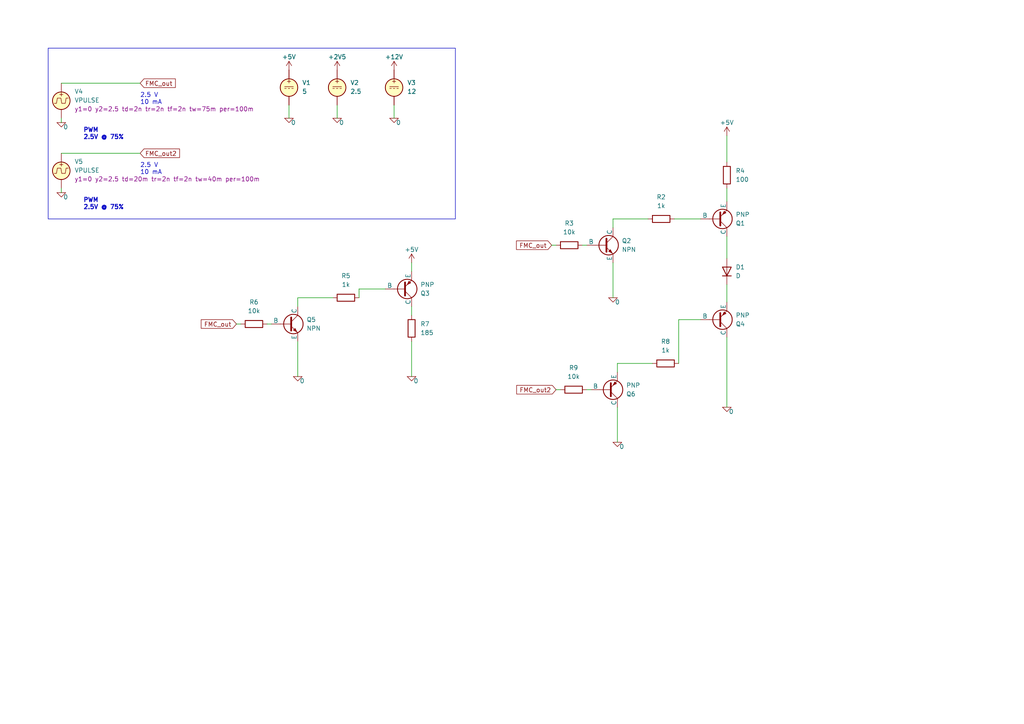
<source format=kicad_sch>
(kicad_sch (version 20230121) (generator eeschema)
  (paper "A4")
  (lib_symbols
    (symbol "Device:D" (pin_numbers hide) (pin_names (offset 1.016) hide)
      (property "Reference" "D" (at 0 2.54 0))
      (property "Value" "D" (at 0 -2.54 0))
      (symbol "D_0_1"
        (polyline (pts (xy -1.27 1.27) (xy -1.27 -1.27)) (stroke (width 0.254)))
        (polyline (pts (xy 1.27 0) (xy -1.27 0)))
        (polyline (pts (xy 1.27 1.27) (xy 1.27 -1.27) (xy -1.27 0) (xy 1.27 1.27)) (stroke (width 0.254)))
      )
      (symbol "D_1_1"
        (pin passive line (at -3.81 0 0) (length 2.54) (name "K") (number "1"))
        (pin passive line (at 3.81 0 180) (length 2.54) (name "A") (number "2"))
      )
    )
    (symbol "Device:R" (pin_numbers hide) (pin_names (offset 0))
      (property "Reference" "R" (at 2.032 0 90))
      (property "Value" "R" (at 0 0 90))
      (symbol "R_0_1"
        (rectangle (start -1.016 -2.54) (end 1.016 2.54) (stroke (width 0.254)))
      )
      (symbol "R_1_1"
        (pin passive line (at 0 3.81 270) (length 1.27) (name "~") (number "1"))
        (pin passive line (at 0 -3.81 90) (length 1.27) (name "~") (number "2"))
      )
    )
    (symbol "Simulation_SPICE:0" (power) (pin_names (offset 0))
      (property "Value" "0" (at 0 -1.778 0))
      (symbol "0_0_1"
        (polyline (pts (xy -1.27 0) (xy 0 -1.27) (xy 1.27 0) (xy -1.27 0)))
      )
      (symbol "0_1_1"
        (pin power_in line (at 0 0 0) (length 0) hide (name "0") (number "1"))
      )
    )
    (symbol "Simulation_SPICE:NPN" (pin_numbers hide) (pin_names (offset 0))
      (property "Reference" "Q" (at -2.54 7.62 0))
      (property "Value" "NPN" (at -2.54 5.08 0))
      (symbol "NPN_0_1"
        (polyline (pts (xy -2.54 0) (xy 0.635 0)) (stroke (width 0.1524)))
        (polyline (pts (xy 0.635 0.635) (xy 2.54 2.54)))
        (polyline (pts (xy 2.794 -1.27) (xy 2.794 -1.27)) (stroke (width 0.1524)))
        (polyline (pts (xy 2.794 -1.27) (xy 2.794 -1.27)) (stroke (width 0.1524)))
        (polyline (pts (xy 0.635 -0.635) (xy 2.54 -2.54) (xy 2.54 -2.54)))
        (polyline (pts (xy 0.635 1.905) (xy 0.635 -1.905) (xy 0.635 -1.905)) (stroke (width 0.508)))
        (polyline (pts (xy 1.27 -1.778) (xy 1.778 -1.27) (xy 2.286 -2.286) (xy 1.27 -1.778) (xy 1.27 -1.778)) (fill (type outline)))
        (circle (center 1.27 0) (radius 2.8194) (stroke (width 0.254)))
      )
      (symbol "NPN_1_1"
        (pin open_collector line (at 2.54 5.08 270) (length 2.54) (name "C") (number "1"))
        (pin input line (at -5.08 0 0) (length 2.54) (name "B") (number "2"))
        (pin open_emitter line (at 2.54 -5.08 90) (length 2.54) (name "E") (number "3"))
      )
    )
    (symbol "Simulation_SPICE:PNP" (pin_numbers hide) (pin_names (offset 0))
      (property "Reference" "Q" (at -2.54 7.62 0))
      (property "Value" "PNP" (at -2.54 5.08 0))
      (symbol "PNP_0_1"
        (polyline (pts (xy -2.54 0) (xy 0.635 0)) (stroke (width 0.1524)))
        (polyline (pts (xy 0.635 0.635) (xy 2.54 2.54)))
        (polyline (pts (xy 0.635 -0.635) (xy 2.54 -2.54) (xy 2.54 -2.54)))
        (polyline (pts (xy 0.635 1.905) (xy 0.635 -1.905) (xy 0.635 -1.905)) (stroke (width 0.508)))
        (polyline (pts (xy 2.286 -1.778) (xy 1.778 -2.286) (xy 1.27 -1.27) (xy 2.286 -1.778) (xy 2.286 -1.778)) (fill (type outline)))
        (circle (center 1.27 0) (radius 2.8194) (stroke (width 0.254)))
      )
      (symbol "PNP_1_1"
        (pin open_collector line (at 2.54 5.08 270) (length 2.54) (name "C") (number "1"))
        (pin input line (at -5.08 0 0) (length 2.54) (name "B") (number "2"))
        (pin open_emitter line (at 2.54 -5.08 90) (length 2.54) (name "E") (number "3"))
      )
    )
    (symbol "Simulation_SPICE:VDC" (pin_numbers hide) (pin_names (offset 0.0254))
      (property "Reference" "V" (at 2.54 2.54 0))
      (property "Value" "1" (at 2.54 0 0))
      (symbol "VDC_0_0"
        (polyline (pts (xy -1.27 0.254) (xy 1.27 0.254)))
        (polyline (pts (xy -0.762 -0.254) (xy -1.27 -0.254)))
        (polyline (pts (xy 0.254 -0.254) (xy -0.254 -0.254)))
        (polyline (pts (xy 1.27 -0.254) (xy 0.762 -0.254)))
        (text "+" (at 0 1.905 0) (effects (font (size 1.27 1.27))))
      )
      (symbol "VDC_0_1"
        (circle (center 0 0) (radius 2.54) (stroke (width 0.254)) (fill (type background)))
      )
      (symbol "VDC_1_1"
        (pin passive line (at 0 5.08 270) (length 2.54) (name "~") (number "1"))
        (pin passive line (at 0 -5.08 90) (length 2.54) (name "~") (number "2"))
      )
    )
    (symbol "Simulation_SPICE:VPULSE" (pin_numbers hide) (pin_names (offset 0.0254))
      (property "Reference" "V" (at 2.54 2.54 0))
      (property "Value" "VPULSE" (at 2.54 0 0))
      (property "Sim.Params" "y1=0 y2=1 td=2n tr=2n tf=2n tw=50n per=100n" (at 2.54 -2.54 0))
      (symbol "VPULSE_0_0"
        (polyline (pts (xy -2.032 -0.762) (xy -1.397 -0.762) (xy -1.143 0.762) (xy -0.127 0.762) (xy 0.127 -0.762) (xy 1.143 -0.762) (xy 1.397 0.762) (xy 2.032 0.762)))
        (text "+" (at 0 1.905 0) (effects (font (size 1.27 1.27))))
      )
      (symbol "VPULSE_0_1"
        (circle (center 0 0) (radius 2.54) (stroke (width 0.254)) (fill (type background)))
      )
      (symbol "VPULSE_1_1"
        (pin passive line (at 0 5.08 270) (length 2.54) (name "~") (number "1"))
        (pin passive line (at 0 -5.08 90) (length 2.54) (name "~") (number "2"))
      )
    )
    (symbol "power:+12V" (power) (pin_names (offset 0))
      (property "Value" "+12V" (at 0 3.556 0))
      (symbol "+12V_0_1"
        (polyline (pts (xy -0.762 1.27) (xy 0 2.54)))
        (polyline (pts (xy 0 0) (xy 0 2.54)))
        (polyline (pts (xy 0 2.54) (xy 0.762 1.27)))
      )
      (symbol "+12V_1_1"
        (pin power_in line (at 0 0 90) (length 0) hide (name "+12V") (number "1"))
      )
    )
    (symbol "power:+2V5" (power) (pin_names (offset 0))
      (property "Value" "+2V5" (at 0 3.556 0))
      (symbol "+2V5_0_1"
        (polyline (pts (xy -0.762 1.27) (xy 0 2.54)))
        (polyline (pts (xy 0 0) (xy 0 2.54)))
        (polyline (pts (xy 0 2.54) (xy 0.762 1.27)))
      )
      (symbol "+2V5_1_1"
        (pin power_in line (at 0 0 90) (length 0) hide (name "+2V5") (number "1"))
      )
    )
    (symbol "power:+5V" (power) (pin_names (offset 0))
      (property "Value" "+5V" (at 0 3.556 0))
      (symbol "+5V_0_1"
        (polyline (pts (xy -0.762 1.27) (xy 0 2.54)))
        (polyline (pts (xy 0 0) (xy 0 2.54)))
        (polyline (pts (xy 0 2.54) (xy 0.762 1.27)))
      )
      (symbol "+5V_1_1"
        (pin power_in line (at 0 0 90) (length 0) hide (name "+5V") (number "1"))
      )
    )
  )
  (wire (pts (xy 104.14 86.36) (xy 104.14 83.82)))
  (wire (pts (xy 160.02 71.12) (xy 161.29 71.12)))
  (wire (pts (xy 114.3 30.48) (xy 114.3 34.29)))
  (wire (pts (xy 196.85 92.71) (xy 196.85 105.41)))
  (wire (pts (xy 179.07 105.41) (xy 189.23 105.41)))
  (wire (pts (xy 210.82 68.58) (xy 210.82 74.93)))
  (wire (pts (xy 177.8 86.36) (xy 177.8 76.2)))
  (wire (pts (xy 68.58 93.98) (xy 69.85 93.98)))
  (wire (pts (xy 170.18 113.03) (xy 171.45 113.03)))
  (wire (pts (xy 179.07 107.95) (xy 179.07 105.41)))
  (wire (pts (xy 17.78 44.45) (xy 40.64 44.45)))
  (wire (pts (xy 97.79 30.48) (xy 97.79 34.29)))
  (wire (pts (xy 119.38 99.06) (xy 119.38 109.22)))
  (wire (pts (xy 86.36 109.22) (xy 86.36 99.06)))
  (wire (pts (xy 168.91 71.12) (xy 170.18 71.12)))
  (wire (pts (xy 210.82 82.55) (xy 210.82 87.63)))
  (wire (pts (xy 104.14 83.82) (xy 111.76 83.82)))
  (wire (pts (xy 17.78 34.29) (xy 17.78 35.56)))
  (wire (pts (xy 17.78 24.13) (xy 40.64 24.13)))
  (wire (pts (xy 210.82 97.79) (xy 210.82 118.11)))
  (wire (pts (xy 196.85 92.71) (xy 203.2 92.71)))
  (wire (pts (xy 86.36 86.36) (xy 96.52 86.36)))
  (wire (pts (xy 17.78 54.61) (xy 17.78 55.88)))
  (wire (pts (xy 210.82 39.37) (xy 210.82 46.99)))
  (wire (pts (xy 77.47 93.98) (xy 78.74 93.98)))
  (wire (pts (xy 119.38 76.2) (xy 119.38 78.74)))
  (wire (pts (xy 119.38 88.9) (xy 119.38 91.44)))
  (wire (pts (xy 86.36 88.9) (xy 86.36 86.36)))
  (wire (pts (xy 83.82 30.48) (xy 83.82 34.29)))
  (wire (pts (xy 177.8 66.04) (xy 177.8 63.5)))
  (wire (pts (xy 161.29 113.03) (xy 162.56 113.03)))
  (wire (pts (xy 177.8 63.5) (xy 187.96 63.5)))
  (wire (pts (xy 195.58 63.5) (xy 203.2 63.5)))
  (wire (pts (xy 210.82 54.61) (xy 210.82 58.42)))
  (wire (pts (xy 179.07 128.27) (xy 179.07 118.11)))
  (rectangle (start 13.97 13.97) (end 132.08 63.5))
  (text "PWM\n2.5V @ 75%" (at 24.13 40.64 0) (effects (font (size 1.27 1.27) (thickness 0.254) bold) (justify left bottom)))
  (text "2.5 V\n10 mA" (at 40.64 30.48 0) (effects (font (size 1.27 1.27)) (justify left bottom)))
  (text "2.5 V\n10 mA" (at 40.64 50.8 0) (effects (font (size 1.27 1.27)) (justify left bottom)))
  (text "PWM\n2.5V @ 75%" (at 24.13 60.96 0) (effects (font (size 1.27 1.27) (thickness 0.254) bold) (justify left bottom)))
  (global_label "FMC_out" (shape input) (at 160.02 71.12 180) (property "Intersheetrefs" "${INTERSHEET_REFS}" (effects hide)))
  (global_label "FMC_out2" (shape input) (at 40.64 44.45 0) (property "Intersheetrefs" "${INTERSHEET_REFS}" (effects hide)))
  (global_label "FMC_out" (shape input) (at 40.64 24.13 0) (property "Intersheetrefs" "${INTERSHEET_REFS}" (effects hide)))
  (global_label "FMC_out2" (shape input) (at 161.29 113.03 180) (property "Intersheetrefs" "${INTERSHEET_REFS}" (effects hide)))
  (global_label "FMC_out" (shape input) (at 68.58 93.98 180) (property "Intersheetrefs" "${INTERSHEET_REFS}" (effects hide)))
  (symbol (lib_id "Simulation_SPICE:0") (at 83.82 34.29 0) (unit 1)
    (property "Reference" "#GND01" (effects hide))
    (property "Value" "0" (at 85.09 35.56 0))
  )
  (symbol (lib_id "Simulation_SPICE:0") (at 114.3 34.29 0) (unit 1)
    (property "Reference" "#GND03" (effects hide))
    (property "Value" "0" (at 115.57 35.56 0))
  )
  (symbol (lib_id "Simulation_SPICE:NPN") (at 175.26 71.12 0) (unit 1)
    (property "Reference" "Q2" (at 180.34 69.85 0) (effects (justify left)))
    (property "Value" "NPN" (at 180.34 72.39 0) (effects (justify left)))
    (property "Sim.Device" "NPN" (effects hide))
    (property "Sim.Type" "GUMMELPOON" (effects hide))
    (property "Sim.Pins" "1=C 2=B 3=E" (effects hide))
  )
  (symbol (lib_id "Simulation_SPICE:0") (at 17.78 35.56 0) (unit 1)
    (property "Reference" "#GND04" (effects hide))
    (property "Value" "0" (at 19.05 36.83 0))
  )
  (symbol (lib_id "Device:R") (at 119.38 95.25 0) (unit 1)
    (property "Reference" "R7" (at 121.92 93.98 0) (effects (justify left)))
    (property "Value" "185" (at 121.92 96.52 0) (effects (justify left)))
    (property "Sim.Device" "R" (effects hide))
    (property "Sim.Pins" "1=+ 2=-" (effects hide))
  )
  (symbol (lib_id "Device:R") (at 210.82 50.8 0) (unit 1)
    (property "Reference" "R4" (at 213.36 49.53 0) (effects (justify left)))
    (property "Value" "100" (at 213.36 52.07 0) (effects (justify left)))
    (property "Sim.Device" "R" (effects hide))
    (property "Sim.Pins" "1=+ 2=-" (effects hide))
  )
  (symbol (lib_id "Simulation_SPICE:0") (at 177.8 86.36 0) (unit 1)
    (property "Reference" "#GND06" (effects hide))
    (property "Value" "0" (at 179.07 87.63 0))
  )
  (symbol (lib_id "Simulation_SPICE:PNP") (at 116.84 83.82 0) (mirror x) (unit 1)
    (property "Reference" "Q3" (at 121.92 85.09 0) (effects (justify left)))
    (property "Value" "PNP" (at 121.92 82.55 0) (effects (justify left)))
    (property "Sim.Device" "PNP" (effects hide))
    (property "Sim.Type" "GUMMELPOON" (effects hide))
    (property "Sim.Pins" "1=C 2=B 3=E" (effects hide))
  )
  (symbol (lib_id "Simulation_SPICE:0") (at 210.82 118.11 0) (unit 1)
    (property "Reference" "#GND09" (effects hide))
    (property "Value" "0" (at 212.09 119.38 0))
  )
  (symbol (lib_id "Simulation_SPICE:VDC") (at 114.3 25.4 0) (unit 1)
    (property "Reference" "V3" (at 118.11 24.0002 0) (effects (justify left)))
    (property "Value" "12" (at 118.11 26.5402 0) (effects (justify left)))
    (property "Sim.Pins" "1=+ 2=-" (effects hide))
    (property "Sim.Type" "DC" (effects hide))
    (property "Sim.Device" "V" (effects hide))
  )
  (symbol (lib_id "Simulation_SPICE:PNP") (at 176.53 113.03 0) (mirror x) (unit 1)
    (property "Reference" "Q6" (at 181.61 114.3 0) (effects (justify left)))
    (property "Value" "PNP" (at 181.61 111.76 0) (effects (justify left)))
    (property "Sim.Device" "PNP" (effects hide))
    (property "Sim.Type" "GUMMELPOON" (effects hide))
    (property "Sim.Pins" "1=C 2=B 3=E" (effects hide))
  )
  (symbol (lib_id "Simulation_SPICE:0") (at 17.78 55.88 0) (unit 1)
    (property "Reference" "#GND05" (effects hide))
    (property "Value" "0" (at 19.05 57.15 0))
  )
  (symbol (lib_id "Device:R") (at 191.77 63.5 270) (mirror x) (unit 1)
    (property "Reference" "R2" (at 191.77 57.15 90))
    (property "Value" "1k" (at 191.77 59.69 90))
    (property "Sim.Device" "R" (effects hide))
    (property "Sim.Pins" "1=+ 2=-" (effects hide))
  )
  (symbol (lib_id "Simulation_SPICE:VDC") (at 83.82 25.4 0) (unit 1)
    (property "Reference" "V1" (at 87.63 24.0002 0) (effects (justify left)))
    (property "Value" "5" (at 87.63 26.5402 0) (effects (justify left)))
    (property "Sim.Pins" "1=+ 2=-" (effects hide))
    (property "Sim.Type" "DC" (effects hide))
    (property "Sim.Device" "V" (effects hide))
  )
  (symbol (lib_id "Simulation_SPICE:VPULSE") (at 17.78 49.53 0) (unit 1)
    (property "Reference" "V5" (at 21.59 46.8602 0) (effects (justify left)))
    (property "Value" "VPULSE" (at 21.59 49.4002 0) (effects (justify left)))
    (property "Sim.Pins" "1=+ 2=-" (effects hide))
    (property "Sim.Type" "PULSE" (effects hide))
    (property "Sim.Device" "V" (effects hide))
    (property "Sim.Params" "y1=0 y2=2.5 td=20m tr=2n tf=2n tw=40m per=100m" (at 21.59 51.9402 0) (effects (justify left)))
  )
  (symbol (lib_id "Simulation_SPICE:0") (at 86.36 109.22 0) (unit 1)
    (property "Reference" "#GND07" (effects hide))
    (property "Value" "0" (at 87.63 110.49 0))
  )
  (symbol (lib_id "Simulation_SPICE:PNP") (at 208.28 63.5 0) (mirror x) (unit 1)
    (property "Reference" "Q1" (at 213.36 64.77 0) (effects (justify left)))
    (property "Value" "PNP" (at 213.36 62.23 0) (effects (justify left)))
    (property "Sim.Device" "PNP" (effects hide))
    (property "Sim.Type" "GUMMELPOON" (effects hide))
    (property "Sim.Pins" "1=C 2=B 3=E" (effects hide))
  )
  (symbol (lib_id "Device:R") (at 193.04 105.41 270) (mirror x) (unit 1)
    (property "Reference" "R8" (at 193.04 99.06 90))
    (property "Value" "1k" (at 193.04 101.6 90))
    (property "Sim.Device" "R" (effects hide))
    (property "Sim.Pins" "1=+ 2=-" (effects hide))
  )
  (symbol (lib_id "Device:R") (at 165.1 71.12 90) (unit 1)
    (property "Reference" "R3" (at 165.1 64.77 90))
    (property "Value" "10k" (at 165.1 67.31 90))
    (property "Sim.Device" "R" (effects hide))
    (property "Sim.Pins" "1=+ 2=-" (effects hide))
  )
  (symbol (lib_id "Device:R") (at 166.37 113.03 90) (unit 1)
    (property "Reference" "R9" (at 166.37 106.68 90))
    (property "Value" "10k" (at 166.37 109.22 90))
    (property "Sim.Device" "R" (effects hide))
    (property "Sim.Pins" "1=+ 2=-" (effects hide))
  )
  (symbol (lib_id "Device:D") (at 210.82 78.74 90) (unit 1)
    (property "Reference" "D1" (at 213.36 77.47 90) (effects (justify right)))
    (property "Value" "D" (at 213.36 80.01 90) (effects (justify right)))
    (property "Sim.Device" "D" (effects hide))
    (property "Sim.Pins" "1=K 2=A" (effects hide))
  )
  (symbol (lib_id "power:+2V5") (at 97.79 20.32 0) (unit 1)
    (property "Reference" "#PWR02" (effects hide))
    (property "Value" "+2V5" (at 97.79 16.51 0))
  )
  (symbol (lib_id "Device:R") (at 73.66 93.98 90) (unit 1)
    (property "Reference" "R6" (at 73.66 87.63 90))
    (property "Value" "10k" (at 73.66 90.17 90))
    (property "Sim.Device" "R" (effects hide))
    (property "Sim.Pins" "1=+ 2=-" (effects hide))
  )
  (symbol (lib_id "Simulation_SPICE:0") (at 119.38 109.22 0) (unit 1)
    (property "Reference" "#GND08" (effects hide))
    (property "Value" "0" (at 120.65 110.49 0))
  )
  (symbol (lib_id "power:+5V") (at 210.82 39.37 0) (unit 1)
    (property "Reference" "#PWR04" (effects hide))
    (property "Value" "+5V" (at 210.82 35.56 0))
  )
  (symbol (lib_id "Simulation_SPICE:PNP") (at 208.28 92.71 0) (mirror x) (unit 1)
    (property "Reference" "Q4" (at 213.36 93.98 0) (effects (justify left)))
    (property "Value" "PNP" (at 213.36 91.44 0) (effects (justify left)))
    (property "Sim.Device" "PNP" (effects hide))
    (property "Sim.Type" "GUMMELPOON" (effects hide))
    (property "Sim.Pins" "1=C 2=B 3=E" (effects hide))
  )
  (symbol (lib_id "Simulation_SPICE:VPULSE") (at 17.78 29.21 0) (unit 1)
    (property "Reference" "V4" (at 21.59 26.5402 0) (effects (justify left)))
    (property "Value" "VPULSE" (at 21.59 29.0802 0) (effects (justify left)))
    (property "Sim.Pins" "1=+ 2=-" (effects hide))
    (property "Sim.Type" "PULSE" (effects hide))
    (property "Sim.Device" "V" (effects hide))
    (property "Sim.Params" "y1=0 y2=2.5 td=2n tr=2n tf=2n tw=75m per=100m" (at 21.59 31.6202 0) (effects (justify left)))
  )
  (symbol (lib_id "power:+5V") (at 83.82 20.32 0) (unit 1)
    (property "Reference" "#PWR01" (effects hide))
    (property "Value" "+5V" (at 83.82 16.51 0))
  )
  (symbol (lib_id "power:+12V") (at 114.3 20.32 0) (unit 1)
    (property "Reference" "#PWR03" (effects hide))
    (property "Value" "+12V" (at 114.3 16.51 0))
  )
  (symbol (lib_id "Simulation_SPICE:0") (at 179.07 128.27 0) (unit 1)
    (property "Reference" "#GND010" (effects hide))
    (property "Value" "0" (at 180.34 129.54 0))
  )
  (symbol (lib_id "power:+5V") (at 119.38 76.2 0) (unit 1)
    (property "Reference" "#PWR05" (effects hide))
    (property "Value" "+5V" (at 119.38 72.39 0))
  )
  (symbol (lib_id "Simulation_SPICE:NPN") (at 83.82 93.98 0) (unit 1)
    (property "Reference" "Q5" (at 88.9 92.71 0) (effects (justify left)))
    (property "Value" "NPN" (at 88.9 95.25 0) (effects (justify left)))
    (property "Sim.Device" "NPN" (effects hide))
    (property "Sim.Type" "GUMMELPOON" (effects hide))
    (property "Sim.Pins" "1=C 2=B 3=E" (effects hide))
  )
  (symbol (lib_id "Simulation_SPICE:VDC") (at 97.79 25.4 0) (unit 1)
    (property "Reference" "V2" (at 101.6 24.0002 0) (effects (justify left)))
    (property "Value" "2.5" (at 101.6 26.5402 0) (effects (justify left)))
    (property "Sim.Pins" "1=+ 2=-" (effects hide))
    (property "Sim.Type" "DC" (effects hide))
    (property "Sim.Device" "V" (effects hide))
  )
  (symbol (lib_id "Simulation_SPICE:0") (at 97.79 34.29 0) (unit 1)
    (property "Reference" "#GND02" (effects hide))
    (property "Value" "0" (at 99.06 35.56 0))
  )
  (symbol (lib_id "Device:R") (at 100.33 86.36 270) (mirror x) (unit 1)
    (property "Reference" "R5" (at 100.33 80.01 90))
    (property "Value" "1k" (at 100.33 82.55 90))
    (property "Sim.Device" "R" (effects hide))
    (property "Sim.Pins" "1=+ 2=-" (effects hide))
  )
)
</source>
